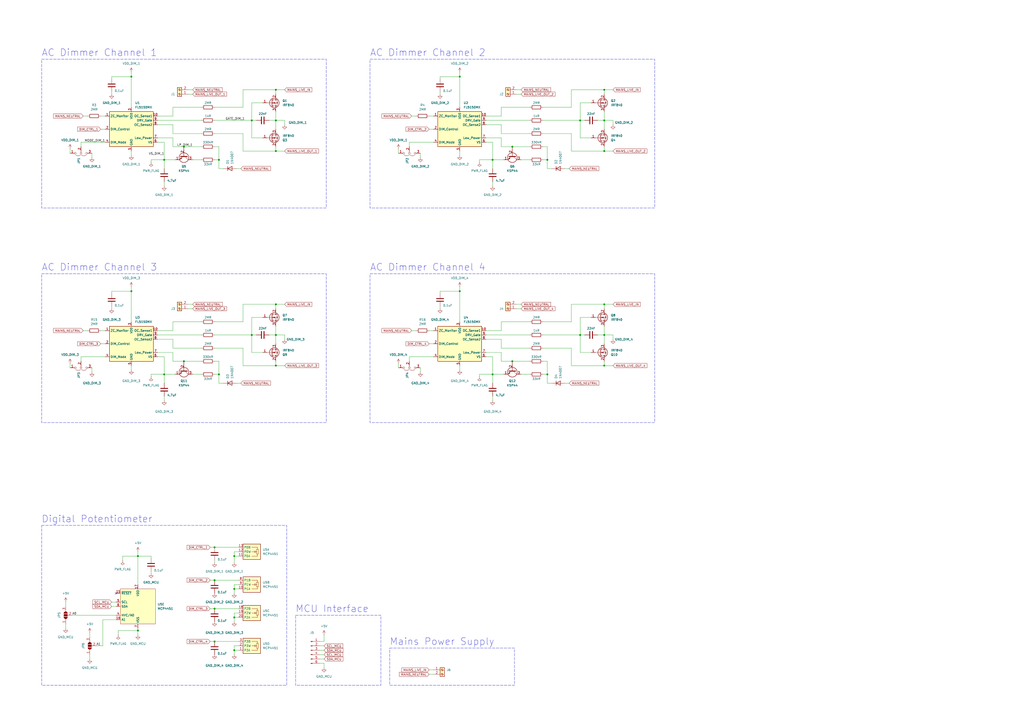
<source format=kicad_sch>
(kicad_sch (version 20230121) (generator eeschema)
  (paper "A2")
  (junction (at 266.7 168.91))
  (junction (at 127 217.17))
  (junction (at 317.5 92.71))
  (junction (at 336.55 194.31))
  (junction (at 160.02 176.53))
  (junction (at 285.75 217.17))
  (junction (at 336.55 69.85))
  (junction (at 135.89 341.63))
  (junction (at 146.05 69.85))
  (junction (at 297.18 85.09))
  (junction (at 317.5 217.17))
  (junction (at 106.68 85.09))
  (junction (at 124.46 372.11))
  (junction (at 135.89 358.14))
  (junction (at 160.02 194.31))
  (junction (at 297.18 209.55))
  (junction (at 350.52 69.85))
  (junction (at 160.02 52.07))
  (junction (at 160.02 212.09))
  (junction (at 285.75 92.71))
  (junction (at 135.89 377.19))
  (junction (at 160.02 69.85))
  (junction (at 160.02 87.63))
  (junction (at 350.52 87.63))
  (junction (at 266.7 44.45))
  (junction (at 350.52 212.09))
  (junction (at 95.25 92.71))
  (junction (at 350.52 176.53))
  (junction (at 127 92.71))
  (junction (at 80.01 322.58))
  (junction (at 350.52 52.07))
  (junction (at 76.2 168.91))
  (junction (at 350.52 194.31))
  (junction (at 135.89 322.58))
  (junction (at 80.01 365.76))
  (junction (at 146.05 194.31))
  (junction (at 106.68 209.55))
  (junction (at 124.46 336.55))
  (junction (at 95.25 217.17))
  (junction (at 124.46 317.5))
  (junction (at 124.46 353.06))
  (junction (at 76.2 44.45))
  (no_connect (at 67.31 344.17))
  (wire (pts (xy 255.27 53.34) (xy 255.27 54.61)))
  (wire (pts (xy 100.33 77.47) (xy 116.84 77.47)))
  (wire (pts (xy 91.44 82.55) (xy 95.25 82.55)))
  (wire (pts (xy 146.05 69.85) (xy 146.05 80.01)))
  (wire (pts (xy 317.5 97.79) (xy 320.04 97.79)))
  (wire (pts (xy 135.89 322.58) (xy 135.89 326.39)))
  (wire (pts (xy 100.33 204.47) (xy 91.44 204.47)))
  (wire (pts (xy 146.05 204.47) (xy 152.4 204.47)))
  (wire (pts (xy 302.26 52.07) (xy 299.72 52.07)))
  (wire (pts (xy 165.1 69.85) (xy 165.1 72.39)))
  (wire (pts (xy 266.7 166.37) (xy 266.7 168.91)))
  (wire (pts (xy 290.83 209.55) (xy 290.83 204.47)))
  (wire (pts (xy 121.92 372.11) (xy 124.46 372.11)))
  (wire (pts (xy 64.77 53.34) (xy 64.77 54.61)))
  (wire (pts (xy 290.83 201.93) (xy 307.34 201.93)))
  (wire (pts (xy 160.02 212.09) (xy 165.1 212.09)))
  (wire (pts (xy 100.33 80.01) (xy 91.44 80.01)))
  (wire (pts (xy 237.49 82.55) (xy 237.49 85.09)))
  (wire (pts (xy 127 209.55) (xy 124.46 209.55)))
  (wire (pts (xy 266.7 212.09) (xy 266.7 214.63)))
  (wire (pts (xy 135.89 358.14) (xy 138.43 358.14)))
  (wire (pts (xy 255.27 44.45) (xy 266.7 44.45)))
  (wire (pts (xy 350.52 209.55) (xy 350.52 212.09)))
  (wire (pts (xy 124.46 69.85) (xy 146.05 69.85)))
  (wire (pts (xy 285.75 82.55) (xy 285.75 92.71)))
  (wire (pts (xy 350.52 194.31) (xy 350.52 199.39)))
  (wire (pts (xy 80.01 320.04) (xy 80.01 322.58)))
  (wire (pts (xy 281.94 69.85) (xy 307.34 69.85)))
  (wire (pts (xy 350.52 54.61) (xy 350.52 52.07)))
  (wire (pts (xy 307.34 62.23) (xy 290.83 62.23)))
  (wire (pts (xy 278.13 217.17) (xy 278.13 218.44)))
  (wire (pts (xy 53.34 88.9) (xy 53.34 91.44)))
  (wire (pts (xy 95.25 105.41) (xy 95.25 107.95)))
  (wire (pts (xy 135.89 358.14) (xy 135.89 360.68)))
  (wire (pts (xy 124.46 92.71) (xy 127 92.71)))
  (wire (pts (xy 38.1 349.25) (xy 38.1 351.79)))
  (wire (pts (xy 111.76 92.71) (xy 116.84 92.71)))
  (wire (pts (xy 68.58 368.3) (xy 68.58 365.76)))
  (wire (pts (xy 314.96 217.17) (xy 317.5 217.17)))
  (wire (pts (xy 350.52 64.77) (xy 350.52 69.85)))
  (wire (pts (xy 165.1 194.31) (xy 165.1 196.85)))
  (wire (pts (xy 76.2 87.63) (xy 76.2 90.17)))
  (wire (pts (xy 187.96 368.3) (xy 187.96 372.11)))
  (wire (pts (xy 285.75 229.87) (xy 285.75 232.41)))
  (wire (pts (xy 317.5 217.17) (xy 317.5 222.25)))
  (wire (pts (xy 116.84 62.23) (xy 100.33 62.23)))
  (wire (pts (xy 238.76 191.77) (xy 241.3 191.77)))
  (wire (pts (xy 48.26 191.77) (xy 50.8 191.77)))
  (wire (pts (xy 124.46 194.31) (xy 146.05 194.31)))
  (wire (pts (xy 185.42 384.81) (xy 187.96 384.81)))
  (wire (pts (xy 160.02 52.07) (xy 165.1 52.07)))
  (wire (pts (xy 100.33 62.23) (xy 100.33 67.31)))
  (wire (pts (xy 124.46 325.12) (xy 124.46 326.39)))
  (wire (pts (xy 91.44 196.85) (xy 100.33 196.85)))
  (wire (pts (xy 160.02 212.09) (xy 140.97 212.09)))
  (wire (pts (xy 146.05 80.01) (xy 152.4 80.01)))
  (wire (pts (xy 106.68 85.09) (xy 100.33 85.09)))
  (wire (pts (xy 317.5 217.17) (xy 317.5 209.55)))
  (wire (pts (xy 146.05 184.15) (xy 152.4 184.15)))
  (wire (pts (xy 76.2 41.91) (xy 76.2 44.45)))
  (wire (pts (xy 100.33 67.31) (xy 91.44 67.31)))
  (wire (pts (xy 80.01 322.58) (xy 80.01 339.09)))
  (wire (pts (xy 87.63 322.58) (xy 87.63 323.85)))
  (wire (pts (xy 138.43 374.65) (xy 135.89 374.65)))
  (wire (pts (xy 135.89 377.19) (xy 135.89 379.73)))
  (wire (pts (xy 297.18 209.55) (xy 307.34 209.55)))
  (wire (pts (xy 317.5 92.71) (xy 317.5 97.79)))
  (wire (pts (xy 124.46 186.69) (xy 140.97 186.69)))
  (wire (pts (xy 127 222.25) (xy 129.54 222.25)))
  (wire (pts (xy 314.96 194.31) (xy 336.55 194.31)))
  (wire (pts (xy 64.77 168.91) (xy 76.2 168.91)))
  (wire (pts (xy 135.89 355.6) (xy 135.89 358.14)))
  (wire (pts (xy 243.84 213.36) (xy 243.84 215.9)))
  (wire (pts (xy 248.92 388.62) (xy 251.46 388.62)))
  (wire (pts (xy 185.42 382.27) (xy 187.96 382.27)))
  (wire (pts (xy 350.52 87.63) (xy 355.6 87.63)))
  (wire (pts (xy 266.7 168.91) (xy 266.7 186.69)))
  (wire (pts (xy 140.97 87.63) (xy 140.97 77.47)))
  (wire (pts (xy 91.44 69.85) (xy 116.84 69.85)))
  (wire (pts (xy 127 92.71) (xy 127 97.79)))
  (wire (pts (xy 91.44 72.39) (xy 100.33 72.39)))
  (wire (pts (xy 339.09 194.31) (xy 336.55 194.31)))
  (wire (pts (xy 95.25 217.17) (xy 101.6 217.17)))
  (wire (pts (xy 331.47 176.53) (xy 331.47 186.69)))
  (wire (pts (xy 80.01 365.76) (xy 80.01 368.3)))
  (wire (pts (xy 160.02 52.07) (xy 140.97 52.07)))
  (wire (pts (xy 106.68 85.09) (xy 116.84 85.09)))
  (wire (pts (xy 48.26 67.31) (xy 50.8 67.31)))
  (wire (pts (xy 140.97 176.53) (xy 140.97 186.69)))
  (wire (pts (xy 290.83 191.77) (xy 281.94 191.77)))
  (wire (pts (xy 137.16 222.25) (xy 139.7 222.25)))
  (wire (pts (xy 248.92 199.39) (xy 251.46 199.39)))
  (wire (pts (xy 100.33 72.39) (xy 100.33 77.47)))
  (wire (pts (xy 87.63 331.47) (xy 87.63 332.74)))
  (wire (pts (xy 80.01 364.49) (xy 80.01 365.76)))
  (wire (pts (xy 314.96 69.85) (xy 336.55 69.85)))
  (wire (pts (xy 91.44 207.01) (xy 95.25 207.01)))
  (wire (pts (xy 64.77 349.25) (xy 67.31 349.25)))
  (wire (pts (xy 355.6 69.85) (xy 355.6 72.39)))
  (wire (pts (xy 231.14 86.36) (xy 231.14 88.9)))
  (wire (pts (xy 160.02 209.55) (xy 160.02 212.09)))
  (wire (pts (xy 135.89 339.09) (xy 135.89 341.63)))
  (wire (pts (xy 52.07 367.03) (xy 52.07 369.57)))
  (wire (pts (xy 281.94 194.31) (xy 307.34 194.31)))
  (wire (pts (xy 100.33 186.69) (xy 100.33 191.77)))
  (wire (pts (xy 138.43 355.6) (xy 135.89 355.6)))
  (wire (pts (xy 58.42 67.31) (xy 60.96 67.31)))
  (wire (pts (xy 297.18 85.09) (xy 307.34 85.09)))
  (wire (pts (xy 160.02 194.31) (xy 160.02 199.39)))
  (wire (pts (xy 95.25 92.71) (xy 101.6 92.71)))
  (wire (pts (xy 146.05 59.69) (xy 152.4 59.69)))
  (wire (pts (xy 135.89 322.58) (xy 138.43 322.58)))
  (wire (pts (xy 116.84 186.69) (xy 100.33 186.69)))
  (wire (pts (xy 46.99 82.55) (xy 46.99 85.09)))
  (wire (pts (xy 290.83 85.09) (xy 290.83 80.01)))
  (wire (pts (xy 124.46 372.11) (xy 138.43 372.11)))
  (wire (pts (xy 140.97 212.09) (xy 140.97 201.93)))
  (wire (pts (xy 314.96 92.71) (xy 317.5 92.71)))
  (wire (pts (xy 127 217.17) (xy 127 209.55)))
  (wire (pts (xy 124.46 353.06) (xy 138.43 353.06)))
  (wire (pts (xy 71.12 325.12) (xy 71.12 322.58)))
  (wire (pts (xy 76.2 168.91) (xy 76.2 186.69)))
  (wire (pts (xy 160.02 176.53) (xy 165.1 176.53)))
  (wire (pts (xy 285.75 217.17) (xy 285.75 222.25)))
  (wire (pts (xy 336.55 80.01) (xy 342.9 80.01)))
  (wire (pts (xy 317.5 222.25) (xy 320.04 222.25)))
  (wire (pts (xy 100.33 201.93) (xy 116.84 201.93)))
  (wire (pts (xy 160.02 194.31) (xy 165.1 194.31)))
  (wire (pts (xy 87.63 217.17) (xy 87.63 218.44)))
  (wire (pts (xy 135.89 320.04) (xy 135.89 322.58)))
  (wire (pts (xy 127 92.71) (xy 127 85.09)))
  (wire (pts (xy 314.96 201.93) (xy 331.47 201.93)))
  (wire (pts (xy 346.71 69.85) (xy 350.52 69.85)))
  (wire (pts (xy 146.05 194.31) (xy 146.05 204.47)))
  (wire (pts (xy 124.46 317.5) (xy 138.43 317.5)))
  (wire (pts (xy 266.7 44.45) (xy 266.7 62.23)))
  (wire (pts (xy 285.75 92.71) (xy 278.13 92.71)))
  (wire (pts (xy 95.25 82.55) (xy 95.25 92.71)))
  (wire (pts (xy 255.27 170.18) (xy 255.27 168.91)))
  (wire (pts (xy 160.02 69.85) (xy 165.1 69.85)))
  (wire (pts (xy 146.05 69.85) (xy 146.05 59.69)))
  (wire (pts (xy 317.5 209.55) (xy 314.96 209.55)))
  (wire (pts (xy 138.43 320.04) (xy 135.89 320.04)))
  (wire (pts (xy 58.42 191.77) (xy 60.96 191.77)))
  (wire (pts (xy 64.77 45.72) (xy 64.77 44.45)))
  (wire (pts (xy 53.34 213.36) (xy 53.34 215.9)))
  (wire (pts (xy 331.47 212.09) (xy 331.47 201.93)))
  (wire (pts (xy 111.76 54.61) (xy 109.22 54.61)))
  (wire (pts (xy 255.27 168.91) (xy 266.7 168.91)))
  (wire (pts (xy 41.91 356.87) (xy 67.31 356.87)))
  (wire (pts (xy 317.5 92.71) (xy 317.5 85.09)))
  (wire (pts (xy 331.47 87.63) (xy 331.47 77.47)))
  (wire (pts (xy 156.21 69.85) (xy 160.02 69.85)))
  (wire (pts (xy 40.64 210.82) (xy 40.64 213.36)))
  (wire (pts (xy 248.92 391.16) (xy 251.46 391.16)))
  (wire (pts (xy 95.25 217.17) (xy 95.25 222.25)))
  (wire (pts (xy 46.99 82.55) (xy 60.96 82.55)))
  (wire (pts (xy 46.99 207.01) (xy 60.96 207.01)))
  (wire (pts (xy 58.42 74.93) (xy 60.96 74.93)))
  (wire (pts (xy 281.94 82.55) (xy 285.75 82.55)))
  (wire (pts (xy 95.25 92.71) (xy 95.25 97.79)))
  (wire (pts (xy 355.6 194.31) (xy 355.6 196.85)))
  (wire (pts (xy 100.33 196.85) (xy 100.33 201.93)))
  (wire (pts (xy 111.76 217.17) (xy 116.84 217.17)))
  (wire (pts (xy 285.75 217.17) (xy 292.1 217.17)))
  (wire (pts (xy 302.26 54.61) (xy 299.72 54.61)))
  (wire (pts (xy 350.52 176.53) (xy 331.47 176.53)))
  (wire (pts (xy 127 217.17) (xy 127 222.25)))
  (wire (pts (xy 38.1 361.95) (xy 38.1 364.49)))
  (wire (pts (xy 100.33 85.09) (xy 100.33 80.01)))
  (wire (pts (xy 336.55 59.69) (xy 342.9 59.69)))
  (wire (pts (xy 64.77 177.8) (xy 64.77 179.07)))
  (wire (pts (xy 350.52 176.53) (xy 355.6 176.53)))
  (wire (pts (xy 100.33 191.77) (xy 91.44 191.77)))
  (wire (pts (xy 52.07 379.73) (xy 52.07 382.27)))
  (wire (pts (xy 314.96 186.69) (xy 331.47 186.69)))
  (wire (pts (xy 160.02 189.23) (xy 160.02 194.31)))
  (wire (pts (xy 350.52 212.09) (xy 355.6 212.09)))
  (wire (pts (xy 290.83 62.23) (xy 290.83 67.31)))
  (wire (pts (xy 160.02 69.85) (xy 160.02 74.93)))
  (wire (pts (xy 350.52 87.63) (xy 331.47 87.63)))
  (wire (pts (xy 302.26 179.07) (xy 299.72 179.07)))
  (wire (pts (xy 95.25 229.87) (xy 95.25 232.41)))
  (wire (pts (xy 281.94 207.01) (xy 285.75 207.01)))
  (wire (pts (xy 111.76 52.07) (xy 109.22 52.07)))
  (wire (pts (xy 278.13 92.71) (xy 278.13 93.98)))
  (wire (pts (xy 237.49 82.55) (xy 251.46 82.55)))
  (wire (pts (xy 255.27 45.72) (xy 255.27 44.45)))
  (wire (pts (xy 285.75 92.71) (xy 285.75 97.79)))
  (wire (pts (xy 135.89 341.63) (xy 135.89 344.17)))
  (wire (pts (xy 185.42 374.65) (xy 187.96 374.65)))
  (wire (pts (xy 185.42 379.73) (xy 187.96 379.73)))
  (wire (pts (xy 314.96 77.47) (xy 331.47 77.47)))
  (wire (pts (xy 339.09 69.85) (xy 336.55 69.85)))
  (wire (pts (xy 290.83 186.69) (xy 290.83 191.77)))
  (wire (pts (xy 350.52 85.09) (xy 350.52 87.63)))
  (wire (pts (xy 55.88 374.65) (xy 59.69 374.65)))
  (wire (pts (xy 124.46 201.93) (xy 140.97 201.93)))
  (wire (pts (xy 350.52 69.85) (xy 350.52 74.93)))
  (wire (pts (xy 302.26 217.17) (xy 307.34 217.17)))
  (wire (pts (xy 336.55 184.15) (xy 342.9 184.15)))
  (wire (pts (xy 71.12 322.58) (xy 80.01 322.58)))
  (wire (pts (xy 121.92 317.5) (xy 124.46 317.5)))
  (wire (pts (xy 336.55 204.47) (xy 342.9 204.47)))
  (wire (pts (xy 350.52 189.23) (xy 350.52 194.31)))
  (wire (pts (xy 137.16 97.79) (xy 139.7 97.79)))
  (wire (pts (xy 135.89 374.65) (xy 135.89 377.19)))
  (wire (pts (xy 248.92 67.31) (xy 251.46 67.31)))
  (wire (pts (xy 64.77 44.45) (xy 76.2 44.45)))
  (wire (pts (xy 290.83 67.31) (xy 281.94 67.31)))
  (wire (pts (xy 187.96 372.11) (xy 185.42 372.11)))
  (wire (pts (xy 58.42 199.39) (xy 60.96 199.39)))
  (wire (pts (xy 59.69 359.41) (xy 59.69 374.65)))
  (wire (pts (xy 106.68 209.55) (xy 116.84 209.55)))
  (wire (pts (xy 127 97.79) (xy 129.54 97.79)))
  (wire (pts (xy 95.25 207.01) (xy 95.25 217.17)))
  (wire (pts (xy 331.47 52.07) (xy 331.47 62.23)))
  (wire (pts (xy 285.75 105.41) (xy 285.75 107.95)))
  (wire (pts (xy 160.02 54.61) (xy 160.02 52.07)))
  (wire (pts (xy 350.52 52.07) (xy 355.6 52.07)))
  (wire (pts (xy 148.59 194.31) (xy 146.05 194.31)))
  (wire (pts (xy 281.94 72.39) (xy 290.83 72.39)))
  (wire (pts (xy 160.02 85.09) (xy 160.02 87.63)))
  (wire (pts (xy 285.75 217.17) (xy 278.13 217.17)))
  (wire (pts (xy 243.84 88.9) (xy 243.84 91.44)))
  (wire (pts (xy 238.76 67.31) (xy 241.3 67.31)))
  (wire (pts (xy 124.46 62.23) (xy 140.97 62.23)))
  (wire (pts (xy 336.55 69.85) (xy 336.55 59.69)))
  (wire (pts (xy 290.83 77.47) (xy 307.34 77.47)))
  (wire (pts (xy 146.05 194.31) (xy 146.05 184.15)))
  (wire (pts (xy 297.18 209.55) (xy 290.83 209.55)))
  (wire (pts (xy 160.02 176.53) (xy 140.97 176.53)))
  (wire (pts (xy 160.02 87.63) (xy 140.97 87.63)))
  (wire (pts (xy 59.69 359.41) (xy 67.31 359.41)))
  (wire (pts (xy 76.2 166.37) (xy 76.2 168.91)))
  (wire (pts (xy 297.18 85.09) (xy 290.83 85.09)))
  (wire (pts (xy 307.34 186.69) (xy 290.83 186.69)))
  (wire (pts (xy 327.66 222.25) (xy 330.2 222.25)))
  (wire (pts (xy 248.92 191.77) (xy 251.46 191.77)))
  (wire (pts (xy 350.52 179.07) (xy 350.52 176.53)))
  (wire (pts (xy 87.63 92.71) (xy 87.63 93.98)))
  (wire (pts (xy 290.83 80.01) (xy 281.94 80.01)))
  (wire (pts (xy 160.02 179.07) (xy 160.02 176.53)))
  (wire (pts (xy 248.92 74.93) (xy 251.46 74.93)))
  (wire (pts (xy 127 85.09) (xy 124.46 85.09)))
  (wire (pts (xy 140.97 52.07) (xy 140.97 62.23)))
  (wire (pts (xy 237.49 207.01) (xy 251.46 207.01)))
  (wire (pts (xy 290.83 72.39) (xy 290.83 77.47)))
  (wire (pts (xy 302.26 92.71) (xy 307.34 92.71)))
  (wire (pts (xy 336.55 194.31) (xy 336.55 204.47)))
  (wire (pts (xy 124.46 77.47) (xy 140.97 77.47)))
  (wire (pts (xy 46.99 207.01) (xy 46.99 209.55)))
  (wire (pts (xy 185.42 377.19) (xy 187.96 377.19)))
  (wire (pts (xy 138.43 339.09) (xy 135.89 339.09)))
  (wire (pts (xy 231.14 210.82) (xy 231.14 213.36)))
  (wire (pts (xy 314.96 62.23) (xy 331.47 62.23)))
  (wire (pts (xy 64.77 351.79) (xy 67.31 351.79)))
  (wire (pts (xy 68.58 365.76) (xy 80.01 365.76)))
  (wire (pts (xy 350.52 194.31) (xy 355.6 194.31)))
  (wire (pts (xy 290.83 196.85) (xy 290.83 201.93)))
  (wire (pts (xy 106.68 209.55) (xy 100.33 209.55)))
  (wire (pts (xy 317.5 85.09) (xy 314.96 85.09)))
  (wire (pts (xy 187.96 387.35) (xy 187.96 384.81)))
  (wire (pts (xy 266.7 41.91) (xy 266.7 44.45)))
  (wire (pts (xy 40.64 86.36) (xy 40.64 88.9)))
  (wire (pts (xy 100.33 209.55) (xy 100.33 204.47)))
  (wire (pts (xy 255.27 177.8) (xy 255.27 179.07)))
  (wire (pts (xy 76.2 44.45) (xy 76.2 62.23)))
  (wire (pts (xy 302.26 176.53) (xy 299.72 176.53)))
  (wire (pts (xy 285.75 92.71) (xy 292.1 92.71)))
  (wire (pts (xy 350.52 69.85) (xy 355.6 69.85)))
  (wire (pts (xy 336.55 194.31) (xy 336.55 184.15)))
  (wire (pts (xy 121.92 353.06) (xy 124.46 353.06)))
  (wire (pts (xy 281.94 196.85) (xy 290.83 196.85)))
  (wire (pts (xy 80.01 322.58) (xy 87.63 322.58)))
  (wire (pts (xy 121.92 336.55) (xy 124.46 336.55)))
  (wire (pts (xy 156.21 194.31) (xy 160.02 194.31)))
  (wire (pts (xy 135.89 341.63) (xy 138.43 341.63)))
  (wire (pts (xy 350.52 52.07) (xy 331.47 52.07)))
  (wire (pts (xy 160.02 64.77) (xy 160.02 69.85)))
  (wire (pts (xy 64.77 170.18) (xy 64.77 168.91)))
  (wire (pts (xy 135.89 377.19) (xy 138.43 377.19)))
  (wire (pts (xy 91.44 194.31) (xy 116.84 194.31)))
  (wire (pts (xy 327.66 97.79) (xy 330.2 97.79)))
  (wire (pts (xy 285.75 207.01) (xy 285.75 217.17)))
  (wire (pts (xy 336.55 69.85) (xy 336.55 80.01)))
  (wire (pts (xy 266.7 87.63) (xy 266.7 90.17)))
  (wire (pts (xy 350.52 212.09) (xy 331.47 212.09)))
  (wire (pts (xy 148.59 69.85) (xy 146.05 69.85)))
  (wire (pts (xy 111.76 176.53) (xy 109.22 176.53)))
  (wire (pts (xy 111.76 179.07) (xy 109.22 179.07)))
  (wire (pts (xy 290.83 204.47) (xy 281.94 204.47)))
  (wire (pts (xy 76.2 212.09) (xy 76.2 214.63)))
  (wire (pts (xy 160.02 87.63) (xy 165.1 87.63)))
  (wire (pts (xy 95.25 92.71) (xy 87.63 92.71)))
  (wire (pts (xy 346.71 194.31) (xy 350.52 194.31)))
  (wire (pts (xy 237.49 207.01) (xy 237.49 209.55)))
  (wire (pts (xy 124.46 217.17) (xy 127 217.17)))
  (wire (pts (xy 124.46 336.55) (xy 138.43 336.55)))
  (wire (pts (xy 95.25 217.17) (xy 87.63 217.17)))
  (rectangle (start 214.63 34.29) (end 379.73 120.65) (stroke (width 0) (type dash)))
  (rectangle (start 226.06 375.92) (end 298.45 397.51) (stroke (width 0) (type dash)))
  (rectangle (start 24.13 158.75) (end 189.23 245.11) (stroke (width 0) (type dash)))
  (rectangle (start 24.13 304.8) (end 166.37 397.51) (stroke (width 0) (type dash)))
  (rectangle (start 24.13 34.29) (end 189.23 120.65) (stroke (width 0) (type dash)))
  (rectangle (start 214.63 158.75) (end 379.73 245.11) (stroke (width 0) (type dash)))
  (rectangle (start 171.45 356.87) (end 220.98 397.51) (stroke (width 0) (type dash)))
  (text "Mains Power Supply" (at 226.06 374.65 0) (effects (font (size 4 4)) (justify left bottom)))
  (text "MCU Interface" (at 171.45 355.6 0) (effects (font (size 4 4)) (justify left bottom)))
  (text "AC Dimmer Channel 2" (at 214.63 33.02 0) (effects (font (size 4 4)) (justify left bottom)))
  (text "AC Dimmer Channel 1" (at 24.13 33.02 0) (effects (font (size 4 4)) (justify left bottom)))
  (text "AC Dimmer Channel 4" (at 214.63 157.48 0) (effects (font (size 4 4)) (justify left bottom)))
  (text "Digital Potentiometer" (at 24.13 303.53 0) (effects (font (size 4 4)) (justify left bottom)))
  (text "AC Dimmer Channel 3" (at 24.13 157.48 0) (effects (font (size 4 4)) (justify left bottom)))
  (label "A0" (at 41.91 356.87 0))
  (label "MODE_DIM_1" (at 60.96 82.55 180))
  (label "LP_DIM_1" (at 111.76 85.09 180))
  (label "A1" (at 55.88 374.65 0))
  (label "GATE_DIM_1" (at 130.81 69.85 0))
  (label "VS_DIM_1" (at 95.25 90.17 180))
  (global_label "MAINS_LIVE_OUT_4" (shape input) (at 355.6 212.09 0) (property "Intersheetrefs" "${INTERSHEET_REFS}" (effects hide)))
  (global_label "SDA_MCU" (shape input) (at 187.96 382.27 0) (property "Intersheetrefs" "${INTERSHEET_REFS}" (effects hide)))
  (global_label "MAINS_NEUTRAL" (shape input) (at 111.76 52.07 0) (property "Intersheetrefs" "${INTERSHEET_REFS}" (effects hide)))
  (global_label "MAINS_NEUTRAL" (shape input) (at 139.7 222.25 0) (property "Intersheetrefs" "${INTERSHEET_REFS}" (effects hide)))
  (global_label "MAINS_NEUTRAL" (shape input) (at 139.7 97.79 0) (property "Intersheetrefs" "${INTERSHEET_REFS}" (effects hide)))
  (global_label "MAINS_NEUTRAL" (shape input) (at 48.26 191.77 180) (property "Intersheetrefs" "${INTERSHEET_REFS}" (effects hide)))
  (global_label "SDA_MCU" (shape input) (at 187.96 377.19 0) (property "Intersheetrefs" "${INTERSHEET_REFS}" (effects hide)))
  (global_label "MAINS_LIVE_IN" (shape input) (at 355.6 52.07 0) (property "Intersheetrefs" "${INTERSHEET_REFS}" (effects hide)))
  (global_label "MAINS_NEUTRAL" (shape input) (at 302.26 52.07 0) (property "Intersheetrefs" "${INTERSHEET_REFS}" (effects hide)))
  (global_label "DIM_CTRL_2" (shape input) (at 121.92 336.55 180) (property "Intersheetrefs" "${INTERSHEET_REFS}" (effects hide)))
  (global_label "MAINS_LIVE_OUT_4" (shape input) (at 302.26 179.07 0) (property "Intersheetrefs" "${INTERSHEET_REFS}" (effects hide)))
  (global_label "DIM_CTRL_4" (shape input) (at 248.92 199.39 180) (property "Intersheetrefs" "${INTERSHEET_REFS}" (effects hide)))
  (global_label "SCL_MCU" (shape input) (at 64.77 349.25 180) (property "Intersheetrefs" "${INTERSHEET_REFS}" (effects hide)))
  (global_label "MAINS_NEUTRAL" (shape input) (at 248.92 391.16 180) (property "Intersheetrefs" "${INTERSHEET_REFS}" (effects hide)))
  (global_label "DIM_CTRL_4" (shape input) (at 121.92 372.11 180) (property "Intersheetrefs" "${INTERSHEET_REFS}" (effects hide)))
  (global_label "MAINS_NEUTRAL" (shape input) (at 330.2 222.25 0) (property "Intersheetrefs" "${INTERSHEET_REFS}" (effects hide)))
  (global_label "MAINS_LIVE_OUT_3" (shape input) (at 165.1 212.09 0) (property "Intersheetrefs" "${INTERSHEET_REFS}" (effects hide)))
  (global_label "SCL_MCU" (shape input) (at 187.96 379.73 0) (property "Intersheetrefs" "${INTERSHEET_REFS}" (effects hide)))
  (global_label "MAINS_NEUTRAL" (shape input) (at 330.2 97.79 0) (property "Intersheetrefs" "${INTERSHEET_REFS}" (effects hide)))
  (global_label "MAINS_LIVE_OUT_2" (shape input) (at 355.6 87.63 0) (property "Intersheetrefs" "${INTERSHEET_REFS}" (effects hide)))
  (global_label "DIM_CTRL_3" (shape input) (at 121.92 353.06 180) (property "Intersheetrefs" "${INTERSHEET_REFS}" (effects hide)))
  (global_label "MAINS_LIVE_IN" (shape input) (at 165.1 176.53 0) (property "Intersheetrefs" "${INTERSHEET_REFS}" (effects hide)))
  (global_label "MAINS_NEUTRAL" (shape input) (at 111.76 176.53 0) (property "Intersheetrefs" "${INTERSHEET_REFS}" (effects hide)))
  (global_label "SCL_MCU" (shape input) (at 187.96 374.65 0) (property "Intersheetrefs" "${INTERSHEET_REFS}" (effects hide)))
  (global_label "MAINS_NEUTRAL" (shape input) (at 238.76 191.77 180) (property "Intersheetrefs" "${INTERSHEET_REFS}" (effects hide)))
  (global_label "MAINS_LIVE_IN" (shape input) (at 248.92 388.62 180) (property "Intersheetrefs" "${INTERSHEET_REFS}" (effects hide)))
  (global_label "DIM_CTRL_1" (shape input) (at 121.92 317.5 180) (property "Intersheetrefs" "${INTERSHEET_REFS}" (effects hide)))
  (global_label "MAINS_LIVE_IN" (shape input) (at 355.6 176.53 0) (property "Intersheetrefs" "${INTERSHEET_REFS}" (effects hide)))
  (global_label "MAINS_LIVE_OUT_1" (shape input) (at 165.1 87.63 0) (property "Intersheetrefs" "${INTERSHEET_REFS}" (effects hide)))
  (global_label "MAINS_LIVE_OUT_1" (shape input) (at 111.76 54.61 0) (property "Intersheetrefs" "${INTERSHEET_REFS}" (effects hide)))
  (global_label "MAINS_LIVE_OUT_3" (shape input) (at 111.76 179.07 0) (property "Intersheetrefs" "${INTERSHEET_REFS}" (effects hide)))
  (global_label "DIM_CTRL_3" (shape input) (at 58.42 199.39 180) (property "Intersheetrefs" "${INTERSHEET_REFS}" (effects hide)))
  (global_label "MAINS_LIVE_IN" (shape input) (at 165.1 52.07 0) (property "Intersheetrefs" "${INTERSHEET_REFS}" (effects hide)))
  (global_label "MAINS_LIVE_OUT_2" (shape input) (at 302.26 54.61 0) (property "Intersheetrefs" "${INTERSHEET_REFS}" (effects hide)))
  (global_label "MAINS_NEUTRAL" (shape input) (at 302.26 176.53 0) (property "Intersheetrefs" "${INTERSHEET_REFS}" (effects hide)))
  (global_label "DIM_CTRL_1" (shape input) (at 58.42 74.93 180) (property "Intersheetrefs" "${INTERSHEET_REFS}" (effects hide)))
  (global_label "MAINS_NEUTRAL" (shape input) (at 48.26 67.31 180) (property "Intersheetrefs" "${INTERSHEET_REFS}" (effects hide)))
  (global_label "SDA_MCU" (shape input) (at 64.77 351.79 180) (property "Intersheetrefs" "${INTERSHEET_REFS}" (effects hide)))
  (global_label "MAINS_NEUTRAL" (shape input) (at 238.76 67.31 180) (property "Intersheetrefs" "${INTERSHEET_REFS}" (effects hide)))
  (global_label "DIM_CTRL_2" (shape input) (at 248.92 74.93 180) (property "Intersheetrefs" "${INTERSHEET_REFS}" (effects hide)))
  (symbol (lib_id "ac-dimmer:GND_DIM_2") (at 243.84 91.44 0) (unit 1)
    (property "Reference" "#PWR012" (effects hide))
    (property "Value" "GND_DIM_2" (at 243.84 96.52 0))
  )
  (symbol (lib_id "ac-dimmer:VDD_DIM_1") (at 231.14 86.36 0) (unit 1)
    (property "Reference" "#PWR08" (effects hide))
    (property "Value" "VDD_DIM_1" (at 231.14 81.28 0))
  )
  (symbol (lib_id "power:PWR_FLAG") (at 71.12 325.12 180) (unit 1)
    (property "Reference" "#FLG05" (effects hide))
    (property "Value" "PWR_FLAG" (at 71.12 330.2 0))
  )
  (symbol (lib_id "Device:C") (at 124.46 340.36 0) (unit 1)
    (property "Reference" "C15" (effects hide))
    (property "Value" "0.1uF" (at 128.905 343.535 0))
    (property "Footprint" "Capacitor_SMD:C_1206_3216Metric" (effects hide))
  )
  (symbol (lib_id "Driver_FET:FL5150MX") (at 266.7 199.39 0) (unit 1)
    (property "Reference" "U4" (at 268.8941 184.15 0) (effects (justify left)))
    (property "Value" "FL5150MX" (at 268.8941 186.69 0) (effects (justify left)))
    (property "Footprint" "Package_SO:SSOP-10_3.9x4.9mm_P1.00mm" (effects hide))
    (property "Datasheet" "https://www.onsemi.com/pub/Collateral/FL5150-D.pdf" (effects hide))
  )
  (symbol (lib_id "ac-dimmer:GND_DIM_2") (at 255.27 54.61 0) (unit 1)
    (property "Reference" "#PWR04" (effects hide))
    (property "Value" "GND_DIM_2" (at 255.27 59.69 0))
  )
  (symbol (lib_id "Device:C") (at 342.9 194.31 90) (unit 1)
    (property "Reference" "C10" (effects hide))
    (property "Value" "22nF" (at 342.9 190.5 90))
    (property "Footprint" "Capacitor_SMD:C_1206_3216Metric" (effects hide))
  )
  (symbol (lib_id "Connector:Screw_Terminal_01x02") (at 104.14 179.07 180) (unit 1)
    (property "Reference" "J3" (at 101.6 179.07 0) (effects (justify left)))
    (property "Value" "Screw_Terminal_01x02" (effects hide))
    (property "Footprint" "TerminalBlock_Phoenix:TerminalBlock_Phoenix_MKDS-1,5-2-5.08_1x02_P5.08mm_Horizontal" (effects hide))
  )
  (symbol (lib_id "Device:R") (at 120.65 85.09 90) (unit 1)
    (property "Reference" "R9" (effects hide))
    (property "Value" "330kR" (at 120.65 82.55 90))
    (property "Footprint" "Resistor_SMD:R_1206_3216Metric" (effects hide))
  )
  (symbol (lib_id "Device:C") (at 285.75 101.6 0) (unit 1)
    (property "Reference" "C6" (effects hide))
    (property "Value" "4.7uF" (at 290.195 104.775 0))
    (property "Footprint" "Capacitor_SMD:C_1206_3216Metric" (effects hide))
  )
  (symbol (lib_id "Device:R") (at 311.15 186.69 90) (unit 1)
    (property "Reference" "R14" (effects hide))
    (property "Value" "2MR" (at 311.15 184.15 90))
    (property "Footprint" "Resistor_SMD:R_1206_3216Metric" (effects hide))
  )
  (symbol (lib_id "Jumper:SolderJumper_3_Open") (at 52.07 374.65 90) (unit 1)
    (property "Reference" "JP6" (at 48.26 374.65 0))
    (property "Value" "SolderJumper_3_Open" (effects hide))
    (property "Footprint" "Jumper:SolderJumper-3_P1.3mm_Open_Pad1.0x1.5mm" (effects hide))
  )
  (symbol (lib_id "Device:R") (at 311.15 77.47 90) (unit 1)
    (property "Reference" "R8" (effects hide))
    (property "Value" "2MR" (at 311.15 74.93 90))
    (property "Footprint" "Resistor_SMD:R_1206_3216Metric" (effects hide))
  )
  (symbol (lib_id "Device:R") (at 245.11 191.77 90) (unit 1)
    (property "Reference" "R16" (at 245.11 185.42 90))
    (property "Value" "2MR" (at 245.11 187.96 90))
    (property "Footprint" "Resistor_SMD:R_1206_3216Metric" (effects hide))
  )
  (symbol (lib_id "Device:Q_NMOS_GDS") (at 157.48 59.69 0) (unit 1)
    (property "Reference" "Q1" (at 163.83 58.42 0) (effects (justify left)))
    (property "Value" "IRF840" (at 163.83 60.96 0) (effects (justify left)))
    (property "Footprint" "Package_TO_SOT_THT:TO-220-3_Vertical" (effects hide))
  )
  (symbol (lib_id "ac-dimmer:GND_DIM_4") (at 243.84 215.9 0) (unit 1)
    (property "Reference" "#PWR026" (effects hide))
    (property "Value" "GND_DIM_4" (at 243.84 222.25 0))
  )
  (symbol (lib_id "Device:C") (at 95.25 101.6 0) (unit 1)
    (property "Reference" "C5" (effects hide))
    (property "Value" "4.7uF" (at 99.695 104.775 0))
    (property "Footprint" "Capacitor_SMD:C_1206_3216Metric" (effects hide))
  )
  (symbol (lib_id "Device:R") (at 120.65 209.55 90) (unit 1)
    (property "Reference" "R21" (effects hide))
    (property "Value" "330kR" (at 120.65 207.01 90))
    (property "Footprint" "Resistor_SMD:R_1206_3216Metric" (effects hide))
  )
  (symbol (lib_id "Connector:Screw_Terminal_01x02") (at 294.64 179.07 180) (unit 1)
    (property "Reference" "J4" (at 292.1 179.07 0) (effects (justify left)))
    (property "Value" "Screw_Terminal_01x02" (effects hide))
    (property "Footprint" "TerminalBlock_Phoenix:TerminalBlock_Phoenix_MKDS-1,5-2-5.08_1x02_P5.08mm_Horizontal" (effects hide))
  )
  (symbol (lib_id "Driver_FET:FL5150MX") (at 76.2 199.39 0) (unit 1)
    (property "Reference" "U3" (at 78.3941 184.15 0) (effects (justify left)))
    (property "Value" "FL5150MX" (at 78.3941 186.69 0) (effects (justify left)))
    (property "Footprint" "Package_SO:SSOP-10_3.9x4.9mm_P1.00mm" (effects hide))
    (property "Datasheet" "https://www.onsemi.com/pub/Collateral/FL5150-D.pdf" (effects hide))
  )
  (symbol (lib_id "ac-dimmer:GND_DIM_1") (at 165.1 72.39 0) (unit 1)
    (property "Reference" "#PWR05" (effects hide))
    (property "Value" "GND_DIM_1" (at 172.72 71.12 0))
  )
  (symbol (lib_id "ac-dimmer:VDD_DIM_1") (at 76.2 41.91 0) (unit 1)
    (property "Reference" "#PWR01" (effects hide))
    (property "Value" "VDD_DIM_1" (at 76.2 36.83 0))
  )
  (symbol (lib_id "ac-dimmer:VDD_DIM_4") (at 266.7 166.37 0) (unit 1)
    (property "Reference" "#PWR016" (effects hide))
    (property "Value" "VDD_DIM_4" (at 266.7 161.29 0))
  )
  (symbol (lib_id "ac-dimmer:GND_DIM_3") (at 64.77 179.07 0) (unit 1)
    (property "Reference" "#PWR017" (effects hide))
    (property "Value" "GND_DIM_3" (at 64.77 185.42 0))
  )
  (symbol (lib_id "Device:D") (at 133.35 97.79 0) (unit 1)
    (property "Reference" "D1" (at 132.08 95.25 90) (effects (justify left)))
    (property "Value" "1N4007" (at 134.62 95.25 90) (effects (justify left)))
    (property "Footprint" "Diode_THT:D_DO-41_SOD81_P10.16mm_Horizontal" (effects hide))
    (property "Sim.Device" "D" (effects hide))
    (property "Sim.Pins" "1=K 2=A" (effects hide))
  )
  (symbol (lib_id "Device:Q_NMOS_GDS") (at 347.98 80.01 0) (mirror x) (unit 1)
    (property "Reference" "Q4" (at 354.33 81.28 0) (effects (justify left)))
    (property "Value" "IRF840" (at 354.33 78.74 0) (effects (justify left)))
    (property "Footprint" "Package_TO_SOT_THT:TO-220-3_Vertical" (effects hide))
  )
  (symbol (lib_id "Device:R") (at 120.65 69.85 90) (unit 1)
    (property "Reference" "R5" (effects hide))
    (property "Value" "1kR" (at 120.65 67.31 90))
    (property "Footprint" "Resistor_SMD:R_1206_3216Metric" (effects hide))
  )
  (symbol (lib_id "ac-dimmer:GND_DIM_3") (at 76.2 214.63 0) (unit 1)
    (property "Reference" "#PWR023" (effects hide))
    (property "Value" "GND_DIM_3" (at 76.2 220.98 0))
  )
  (symbol (lib_id "Device:R") (at 311.15 201.93 90) (unit 1)
    (property "Reference" "R20" (effects hide))
    (property "Value" "2MR" (at 311.15 199.39 90))
    (property "Footprint" "Resistor_SMD:R_1206_3216Metric" (effects hide))
  )
  (symbol (lib_id "ac-dimmer:GND_DIM_3") (at 95.25 232.41 0) (unit 1)
    (property "Reference" "#PWR027" (effects hide))
    (property "Value" "GND_DIM_3" (at 95.25 238.76 0))
  )
  (symbol (lib_id "Device:C") (at 255.27 49.53 0) (unit 1)
    (property "Reference" "C2" (effects hide))
    (property "Value" "0.1uF" (at 259.715 52.705 0))
    (property "Footprint" "Capacitor_SMD:C_1206_3216Metric" (effects hide))
  )
  (symbol (lib_id "Device:C") (at 124.46 375.92 0) (unit 1)
    (property "Reference" "C17" (effects hide))
    (property "Value" "0.1uF" (at 128.905 379.095 0))
    (property "Footprint" "Capacitor_SMD:C_1206_3216Metric" (effects hide))
  )
  (symbol (lib_id "Connector:Screw_Terminal_01x02") (at 294.64 54.61 180) (unit 1)
    (property "Reference" "J2" (at 292.1 54.61 0) (effects (justify left)))
    (property "Value" "Screw_Terminal_01x02" (effects hide))
    (property "Footprint" "TerminalBlock_Phoenix:TerminalBlock_Phoenix_MKDS-1,5-2-5.08_1x02_P5.08mm_Horizontal" (effects hide))
  )
  (symbol (lib_id "Device:R") (at 120.65 77.47 90) (unit 1)
    (property "Reference" "R7" (effects hide))
    (property "Value" "2MR" (at 120.65 74.93 90))
    (property "Footprint" "Resistor_SMD:R_1206_3216Metric" (effects hide))
  )
  (symbol (lib_id "Device:R") (at 311.15 209.55 90) (unit 1)
    (property "Reference" "R22" (effects hide))
    (property "Value" "330kR" (at 311.15 207.01 90))
    (property "Footprint" "Resistor_SMD:R_1206_3216Metric" (effects hide))
  )
  (symbol (lib_id "ac-dimmer:GND_DIM_4") (at 255.27 179.07 0) (unit 1)
    (property "Reference" "#PWR018" (effects hide))
    (property "Value" "GND_DIM_4" (at 255.27 185.42 0))
  )
  (symbol (lib_id "Device:R") (at 54.61 191.77 90) (unit 1)
    (property "Reference" "R15" (at 54.61 185.42 90))
    (property "Value" "2MR" (at 54.61 187.96 90))
    (property "Footprint" "Resistor_SMD:R_1206_3216Metric" (effects hide))
  )
  (symbol (lib_id "Device:Q_NPN_EBC") (at 106.68 90.17 270) (unit 1)
    (property "Reference" "Q5" (at 106.68 96.52 90))
    (property "Value" "KSP44" (at 106.68 99.06 90))
    (property "Footprint" "Package_TO_SOT_THT:TO-92_Inline" (effects hide))
  )
  (symbol (lib_id "Device:R") (at 120.65 194.31 90) (unit 1)
    (property "Reference" "R17" (effects hide))
    (property "Value" "1kR" (at 120.65 191.77 90))
    (property "Footprint" "Resistor_SMD:R_1206_3216Metric" (effects hide))
  )
  (symbol (lib_id "Device:Q_NPN_EBC") (at 106.68 214.63 270) (unit 1)
    (property "Reference" "Q11" (at 106.68 220.98 90))
    (property "Value" "KSP44" (at 106.68 223.52 90))
    (property "Footprint" "Package_TO_SOT_THT:TO-92_Inline" (effects hide))
  )
  (symbol (lib_id "Device:R") (at 311.15 85.09 90) (unit 1)
    (property "Reference" "R10" (effects hide))
    (property "Value" "330kR" (at 311.15 82.55 90))
    (property "Footprint" "Resistor_SMD:R_1206_3216Metric" (effects hide))
  )
  (symbol (lib_id "Device:R") (at 311.15 92.71 90) (unit 1)
    (property "Reference" "R12" (effects hide))
    (property "Value" "33kR" (at 311.15 95.25 90))
    (property "Footprint" "Resistor_SMD:R_1206_3216Metric" (effects hide))
  )
  (symbol (lib_id "Device:R") (at 311.15 194.31 90) (unit 1)
    (property "Reference" "R18" (effects hide))
    (property "Value" "1kR" (at 311.15 191.77 90))
    (property "Footprint" "Resistor_SMD:R_1206_3216Metric" (effects hide))
  )
  (symbol (lib_id "ac-dimmer:GND_DIM_1") (at 76.2 90.17 0) (unit 1)
    (property "Reference" "#PWR09" (effects hide))
    (property "Value" "GND_DIM_1" (at 76.2 95.25 0))
  )
  (symbol (lib_id "Potentiometer_Digital:MCP4451-xxxx-ST") (at 146.05 374.65 0) (unit 4)
    (property "Reference" "U5" (at 152.4 373.38 0) (effects (justify left)))
    (property "Value" "MCP4451" (at 152.4 375.92 0) (effects (justify left)))
    (property "Footprint" "Package_SO:TSSOP-20_4.4x6.5mm_P0.65mm" (effects hide))
    (property "Datasheet" "https://ww1.microchip.com/downloads/en/DeviceDoc/22267A_MCP4431.pdf" (effects hide))
  )
  (symbol (lib_id "Potentiometer_Digital:MCP4451-xxxx-ST") (at 146.05 355.6 0) (unit 3)
    (property "Reference" "U5" (at 152.4 354.33 0) (effects (justify left)))
    (property "Value" "MCP4451" (at 152.4 356.87 0) (effects (justify left)))
    (property "Footprint" "Package_SO:TSSOP-20_4.4x6.5mm_P0.65mm" (effects hide))
    (property "Datasheet" "https://ww1.microchip.com/downloads/en/DeviceDoc/22267A_MCP4431.pdf" (effects hide))
  )
  (symbol (lib_id "ac-dimmer:GND_DIM_2") (at 355.6 72.39 0) (unit 1)
    (property "Reference" "#PWR06" (effects hide))
    (property "Value" "GND_DIM_2" (at 361.95 71.12 0))
  )
  (symbol (lib_id "Jumper:Jumper_3_Open") (at 237.49 213.36 0) (mirror x) (unit 1)
    (property "Reference" "JP4" (at 236.22 215.9 90) (effects (justify left)))
    (property "Value" "Jumper_3_Open" (effects hide))
    (property "Footprint" "Connector_PinHeader_2.54mm:PinHeader_1x03_P2.54mm_Vertical" (effects hide))
  )
  (symbol (lib_id "ac-dimmer:GND_DIM_4") (at 355.6 196.85 0) (unit 1)
    (property "Reference" "#PWR020" (effects hide))
    (property "Value" "GND_DIM_4" (at 361.95 196.85 0))
  )
  (symbol (lib_id "Device:R") (at 245.11 67.31 90) (unit 1)
    (property "Reference" "R4" (at 245.11 60.96 90))
    (property "Value" "2MR" (at 245.11 63.5 90))
    (property "Footprint" "Resistor_SMD:R_1206_3216Metric" (effects hide))
  )
  (symbol (lib_id "Device:Q_NMOS_GDS") (at 157.48 184.15 0) (unit 1)
    (property "Reference" "Q7" (at 163.83 182.88 0) (effects (justify left)))
    (property "Value" "IRF840" (at 163.83 185.42 0) (effects (justify left)))
    (property "Footprint" "Package_TO_SOT_THT:TO-220-3_Vertical" (effects hide))
  )
  (symbol (lib_id "Device:C") (at 152.4 69.85 90) (unit 1)
    (property "Reference" "C3" (effects hide))
    (property "Value" "22nF" (at 152.4 66.04 90))
    (property "Footprint" "Capacitor_SMD:C_1206_3216Metric" (effects hide))
  )
  (symbol (lib_id "Device:R") (at 54.61 67.31 90) (unit 1)
    (property "Reference" "R3" (at 54.61 60.96 90))
    (property "Value" "2MR" (at 54.61 63.5 90))
    (property "Footprint" "Resistor_SMD:R_1206_3216Metric" (effects hide))
  )
  (symbol (lib_id "Connector:Conn_01x06_Pin") (at 180.34 377.19 0) (unit 1)
    (property "Reference" "J5" (at 180.975 367.03 0))
    (property "Value" "Conn_01x06_Pin" (effects hide))
    (property "Footprint" "Connector_PinHeader_2.54mm:PinHeader_1x06_P2.54mm_Vertical" (effects hide))
  )
  (symbol (lib_id "power:PWR_FLAG") (at 87.63 93.98 180) (unit 1)
    (property "Reference" "#FLG01" (effects hide))
    (property "Value" "PWR_FLAG" (at 87.63 99.06 0))
  )
  (symbol (lib_id "Device:Q_NMOS_GDS") (at 347.98 184.15 0) (unit 1)
    (property "Reference" "Q8" (at 354.33 182.88 0) (effects (justify left)))
    (property "Value" "IRF840" (at 354.33 185.42 0) (effects (justify left)))
    (property "Footprint" "Package_TO_SOT_THT:TO-220-3_Vertical" (effects hide))
  )
  (symbol (lib_id "Device:R") (at 311.15 62.23 90) (unit 1)
    (property "Reference" "R2" (effects hide))
    (property "Value" "2MR" (at 311.15 59.69 90))
    (property "Footprint" "Resistor_SMD:R_1206_3216Metric" (effects hide))
  )
  (symbol (lib_id "ac-dimmer:GND_DIM_3") (at 135.89 360.68 0) (unit 1)
    (property "Reference" "#PWR037" (effects hide))
    (property "Value" "GND_DIM_3" (at 135.89 367.03 0))
  )
  (symbol (lib_id "Potentiometer_Digital:MCP4451-xxxx-ST") (at 146.05 339.09 0) (unit 2)
    (property "Reference" "U5" (at 152.4 337.82 0) (effects (justify left)))
    (property "Value" "MCP4451" (at 152.4 340.36 0) (effects (justify left)))
    (property "Footprint" "Package_SO:TSSOP-20_4.4x6.5mm_P0.65mm" (effects hide))
    (property "Datasheet" "https://ww1.microchip.com/downloads/en/DeviceDoc/22267A_MCP4431.pdf" (effects hide))
  )
  (symbol (lib_id "ac-dimmer:GND_DIM_1") (at 95.25 107.95 0) (unit 1)
    (property "Reference" "#PWR013" (effects hide))
    (property "Value" "GND_DIM_1" (at 95.25 113.03 0))
  )
  (symbol (lib_id "ac-dimmer:GND_DIM_4") (at 135.89 379.73 0) (unit 1)
    (property "Reference" "#PWR043" (effects hide))
    (property "Value" "GND_DIM_4" (at 135.89 386.08 0))
  )
  (symbol (lib_id "Connector:Screw_Terminal_01x02") (at 104.14 54.61 180) (unit 1)
    (property "Reference" "J1" (at 101.6 54.61 0) (effects (justify left)))
    (property "Value" "Screw_Terminal_01x02" (effects hide))
    (property "Footprint" "TerminalBlock_Phoenix:TerminalBlock_Phoenix_MKDS-1,5-2-5.08_1x02_P5.08mm_Horizontal" (effects hide))
  )
  (symbol (lib_id "power:PWR_FLAG") (at 87.63 218.44 180) (unit 1)
    (property "Reference" "#FLG03" (effects hide))
    (property "Value" "PWR_FLAG" (at 87.63 223.52 0))
  )
  (symbol (lib_id "ac-dimmer:GND_DIM_3") (at 124.46 360.68 0) (unit 1)
    (property "Reference" "#PWR036" (effects hide))
    (property "Value" "GND_DIM_3" (at 124.46 367.03 0))
  )
  (symbol (lib_id "Potentiometer_Digital:MCP4451-xxxx-ST") (at 146.05 320.04 0) (unit 1)
    (property "Reference" "U5" (at 152.4 318.77 0) (effects (justify left)))
    (property "Value" "MCP4451" (at 152.4 321.31 0) (effects (justify left)))
    (property "Footprint" "Package_SO:TSSOP-20_4.4x6.5mm_P0.65mm" (effects hide))
    (property "Datasheet" "https://ww1.microchip.com/downloads/en/DeviceDoc/22267A_MCP4431.pdf" (effects hide))
  )
  (symbol (lib_id "ac-dimmer:GND_DIM_1") (at 53.34 91.44 0) (unit 1)
    (property "Reference" "#PWR011" (effects hide))
    (property "Value" "GND_DIM_1" (at 53.34 96.52 0))
  )
  (symbol (lib_id "ac-dimmer:GND_MCU") (at 38.1 364.49 0) (unit 1)
    (property "Reference" "#PWR038" (effects hide))
    (property "Value" "GND_MCU" (at 38.1 369.57 0))
  )
  (symbol (lib_id "ac-dimmer:GND_MCU") (at 52.07 382.27 0) (unit 1)
    (property "Reference" "#PWR044" (effects hide))
    (property "Value" "GND_MCU" (at 52.07 387.35 0))
  )
  (symbol (lib_id "ac-dimmer:GND_DIM_1") (at 135.89 326.39 0) (unit 1)
    (property "Reference" "#PWR031" (effects hide))
    (property "Value" "GND_DIM_1" (at 135.89 331.47 0))
  )
  (symbol (lib_id "Device:Q_NMOS_GDS") (at 347.98 59.69 0) (unit 1)
    (property "Reference" "Q2" (at 354.33 58.42 0) (effects (justify left)))
    (property "Value" "IRF840" (at 354.33 60.96 0) (effects (justify left)))
    (property "Footprint" "Package_TO_SOT_THT:TO-220-3_Vertical" (effects hide))
  )
  (symbol (lib_id "ac-dimmer:VDD_DIM_1") (at 40.64 86.36 0) (unit 1)
    (property "Reference" "#PWR07" (effects hide))
    (property "Value" "VDD_DIM_1" (at 40.64 81.28 0))
  )
  (symbol (lib_id "Jumper:Jumper_3_Open") (at 237.49 88.9 0) (mirror x) (unit 1)
    (property "Reference" "JP2" (at 236.22 91.44 90) (effects (justify left)))
    (property "Value" "Jumper_3_Open" (effects hide))
    (property "Footprint" "Connector_PinHeader_2.54mm:PinHeader_1x03_P2.54mm_Vertical" (effects hide))
  )
  (symbol (lib_id "Device:C") (at 95.25 226.06 0) (unit 1)
    (property "Reference" "C11" (effects hide))
    (property "Value" "4.7uF" (at 99.695 229.235 0))
    (property "Footprint" "Capacitor_SMD:C_1206_3216Metric" (effects hide))
  )
  (symbol (lib_id "ac-dimmer:VDD_DIM_4") (at 231.14 210.82 0) (unit 1)
    (property "Reference" "#PWR022" (effects hide))
    (property "Value" "VDD_DIM_4" (at 231.14 205.74 0))
  )
  (symbol (lib_id "ac-dimmer:VDD_DIM_3") (at 40.64 210.82 0) (unit 1)
    (property "Reference" "#PWR021" (effects hide))
    (property "Value" "VDD_DIM_3" (at 40.64 205.74 0))
  )
  (symbol (lib_id "power:PWR_FLAG") (at 278.13 218.44 180) (unit 1)
    (property "Reference" "#FLG04" (effects hide))
    (property "Value" "PWR_FLAG" (at 278.13 223.52 0))
  )
  (symbol (lib_id "Device:D") (at 323.85 222.25 0) (unit 1)
    (property "Reference" "D4" (at 322.58 219.71 90) (effects (justify left)))
    (property "Value" "1N4007" (at 325.12 219.71 90) (effects (justify left)))
    (property "Footprint" "Diode_THT:D_DO-41_SOD81_P10.16mm_Horizontal" (effects hide))
    (property "Sim.Device" "D" (effects hide))
    (property "Sim.Pins" "1=K 2=A" (effects hide))
  )
  (symbol (lib_id "Device:Q_NMOS_GDS") (at 347.98 204.47 0) (mirror x) (unit 1)
    (property "Reference" "Q10" (at 354.33 205.74 0) (effects (justify left)))
    (property "Value" "IRF840" (at 354.33 203.2 0) (effects (justify left)))
    (property "Footprint" "Package_TO_SOT_THT:TO-220-3_Vertical" (effects hide))
  )
  (symbol (lib_id "Device:Q_NMOS_GDS") (at 157.48 80.01 0) (mirror x) (unit 1)
    (property "Reference" "Q3" (at 163.83 81.28 0) (effects (justify left)))
    (property "Value" "IRF840" (at 163.83 78.74 0) (effects (justify left)))
    (property "Footprint" "Package_TO_SOT_THT:TO-220-3_Vertical" (effects hide))
  )
  (symbol (lib_id "power:+5V") (at 80.01 320.04 0) (unit 1)
    (property "Reference" "#PWR029" (effects hide))
    (property "Value" "+5V" (at 80.01 314.96 0))
  )
  (symbol (lib_id "Device:R") (at 120.65 217.17 90) (unit 1)
    (property "Reference" "R23" (effects hide))
    (property "Value" "33kR" (at 120.65 219.71 90))
    (property "Footprint" "Resistor_SMD:R_1206_3216Metric" (effects hide))
  )
  (symbol (lib_id "Driver_FET:FL5150MX") (at 266.7 74.93 0) (unit 1)
    (property "Reference" "U2" (at 268.8941 59.69 0) (effects (justify left)))
    (property "Value" "FL5150MX" (at 268.8941 62.23 0) (effects (justify left)))
    (property "Footprint" "Package_SO:SSOP-10_3.9x4.9mm_P1.00mm" (effects hide))
    (property "Datasheet" "https://www.onsemi.com/pub/Collateral/FL5150-D.pdf" (effects hide))
  )
  (symbol (lib_id "Device:R") (at 311.15 69.85 90) (unit 1)
    (property "Reference" "R6" (effects hide))
    (property "Value" "1kR" (at 311.15 67.31 90))
    (property "Footprint" "Resistor_SMD:R_1206_3216Metric" (effects hide))
  )
  (symbol (lib_id "Device:Q_NPN_EBC") (at 297.18 214.63 270) (unit 1)
    (property "Reference" "Q12" (at 297.18 220.98 90))
    (property "Value" "KSP44" (at 297.18 223.52 90))
    (property "Footprint" "Package_TO_SOT_THT:TO-92_Inline" (effects hide))
  )
  (symbol (lib_id "ac-dimmer:GND_DIM_1") (at 124.46 326.39 0) (unit 1)
    (property "Reference" "#PWR030" (effects hide))
    (property "Value" "GND_DIM_1" (at 124.46 331.47 0))
  )
  (symbol (lib_id "Device:R") (at 120.65 186.69 90) (unit 1)
    (property "Reference" "R13" (effects hide))
    (property "Value" "2MR" (at 120.65 184.15 90))
    (property "Footprint" "Resistor_SMD:R_1206_3216Metric" (effects hide))
  )
  (symbol (lib_id "Jumper:Jumper_3_Open") (at 46.99 213.36 0) (mirror x) (unit 1)
    (property "Reference" "JP3" (at 45.72 215.9 90) (effects (justify left)))
    (property "Value" "Jumper_3_Open" (effects hide))
    (property "Footprint" "Connector_PinHeader_2.54mm:PinHeader_1x03_P2.54mm_Vertical" (effects hide))
  )
  (symbol (lib_id "ac-dimmer:GND_MCU") (at 80.01 368.3 0) (unit 1)
    (property "Reference" "#PWR040" (effects hide))
    (property "Value" "GND_MCU" (at 80.01 373.38 0))
  )
  (symbol (lib_id "Device:R") (at 311.15 217.17 90) (unit 1)
    (property "Reference" "R24" (effects hide))
    (property "Value" "33kR" (at 311.15 219.71 90))
    (property "Footprint" "Resistor_SMD:R_1206_3216Metric" (effects hide))
  )
  (symbol (lib_id "Jumper:Jumper_3_Open") (at 46.99 88.9 0) (mirror x) (unit 1)
    (property "Reference" "JP1" (at 45.72 91.44 90) (effects (justify left)))
    (property "Value" "Jumper_3_Open" (effects hide))
    (property "Footprint" "Connector_PinHeader_2.54mm:PinHeader_1x03_P2.54mm_Vertical" (effects hide))
  )
  (symbol (lib_id "Device:C") (at 255.27 173.99 0) (unit 1)
    (property "Reference" "C8" (effects hide))
    (property "Value" "0.1uF" (at 259.715 177.165 0))
    (property "Footprint" "Capacitor_SMD:C_1206_3216Metric" (effects hide))
  )
  (symbol (lib_id "ac-dimmer:GND_DIM_4") (at 285.75 232.41 0) (unit 1)
    (property "Reference" "#PWR028" (effects hide))
    (property "Value" "GND_DIM_4" (at 285.75 238.76 0))
  )
  (symbol (lib_id "Device:C") (at 285.75 226.06 0) (unit 1)
    (property "Reference" "C12" (effects hide))
    (property "Value" "4.7uF" (at 290.195 229.235 0))
    (property "Footprint" "Capacitor_SMD:C_1206_3216Metric" (effects hide))
  )
  (symbol (lib_id "Device:C") (at 87.63 327.66 0) (unit 1)
    (property "Reference" "C14" (effects hide))
    (property "Value" "0.1uF" (at 92.075 330.835 0))
    (property "Footprint" "Capacitor_SMD:C_1206_3216Metric" (effects hide))
  )
  (symbol (lib_id "power:PWR_FLAG") (at 278.13 93.98 180) (unit 1)
    (property "Reference" "#FLG02" (effects hide))
    (property "Value" "PWR_FLAG" (at 278.13 99.06 0))
  )
  (symbol (lib_id "ac-dimmer:GND_DIM_2") (at 266.7 90.17 0) (unit 1)
    (property "Reference" "#PWR010" (effects hide))
    (property "Value" "GND_DIM_2" (at 266.7 95.25 0))
  )
  (symbol (lib_id "Device:C") (at 124.46 321.31 0) (unit 1)
    (property "Reference" "C13" (effects hide))
    (property "Value" "0.1uF" (at 128.905 324.485 0))
    (property "Footprint" "Capacitor_SMD:C_1206_3216Metric" (effects hide))
  )
  (symbol (lib_id "ac-dimmer:GND_DIM_2") (at 285.75 107.95 0) (unit 1)
    (property "Reference" "#PWR014" (effects hide))
    (property "Value" "GND_DIM_2" (at 285.75 113.03 0))
  )
  (symbol (lib_id "Device:C") (at 64.77 49.53 0) (unit 1)
    (property "Reference" "C1" (effects hide))
    (property "Value" "0.1uF" (at 69.215 52.705 0))
    (property "Footprint" "Capacitor_SMD:C_1206_3216Metric" (effects hide))
  )
  (symbol (lib_id "Device:C") (at 124.46 356.87 0) (unit 1)
    (property "Reference" "C16" (effects hide))
    (property "Value" "0.1uF" (at 128.905 360.045 0))
    (property "Footprint" "Capacitor_SMD:C_1206_3216Metric" (effects hide))
  )
  (symbol (lib_id "Device:R") (at 120.65 62.23 90) (unit 1)
    (property "Reference" "R1" (effects hide))
    (property "Value" "2MR" (at 120.65 59.69 90))
    (property "Footprint" "Resistor_SMD:R_1206_3216Metric" (effects hide))
  )
  (symbol (lib_id "Potentiometer_Digital:MCP4451-xxxx-ST") (at 80.01 351.79 0) (unit 5)
    (property "Reference" "U5" (at 91.44 350.52 0) (effects (justify left)))
    (property "Value" "MCP4451" (at 91.44 353.06 0) (effects (justify left)))
    (property "Footprint" "Package_SO:TSSOP-20_4.4x6.5mm_P0.65mm" (effects hide))
    (property "Datasheet" "https://ww1.microchip.com/downloads/en/DeviceDoc/22267A_MCP4431.pdf" (effects hide))
  )
  (symbol (lib_id "ac-dimmer:VDD_DIM_2") (at 266.7 41.91 0) (unit 1)
    (property "Reference" "#PWR02" (effects hide))
    (property "Value" "VDD_DIM_2" (at 266.7 36.83 0))
  )
  (symbol (lib_id "Jumper:SolderJumper_3_Open") (at 38.1 356.87 90) (unit 1)
    (property "Reference" "JP5" (at 34.29 356.87 0))
    (property "Value" "SolderJumper_3_Open" (effects hide))
    (property "Footprint" "Jumper:SolderJumper-3_P1.3mm_Open_Pad1.0x1.5mm" (effects hide))
  )
  (symbol (lib_id "Device:D") (at 133.35 222.25 0) (unit 1)
    (property "Reference" "D3" (at 132.08 219.71 90) (effects (justify left)))
    (property "Value" "1N4007" (at 134.62 219.71 90) (effects (justify left)))
    (property "Footprint" "Diode_THT:D_DO-41_SOD81_P10.16mm_Horizontal" (effects hide))
    (property "Sim.Device" "D" (effects hide))
    (property "Sim.Pins" "1=K 2=A" (effects hide))
  )
  (symbol (lib_id "Device:C") (at 152.4 194.31 90) (unit 1)
    (property "Reference" "C9" (effects hide))
    (property "Value" "22nF" (at 152.4 190.5 90))
    (property "Footprint" "Capacitor_SMD:C_1206_3216Metric" (effects hide))
  )
  (symbol (lib_id "ac-dimmer:GND_MCU") (at 187.96 387.35 0) (unit 1)
    (property "Reference" "#PWR045" (effects hide))
    (property "Value" "GND_MCU" (at 187.96 392.43 0))
  )
  (symbol (lib_id "power:+5V") (at 38.1 349.25 0) (unit 1)
    (property "Reference" "#PWR035" (effects hide))
    (property "Value" "+5V" (at 38.1 344.17 0))
  )
  (symbol (lib_id "ac-dimmer:GND_DIM_4") (at 124.46 379.73 0) (unit 1)
    (property "Reference" "#PWR042" (effects hide))
    (property "Value" "GND_DIM_4" (at 124.46 386.08 0))
  )
  (symbol (lib_id "power:+5V") (at 187.96 368.3 0) (unit 1)
    (property "Reference" "#PWR041" (effects hide))
    (property "Value" "+5V" (at 187.96 363.22 0))
  )
  (symbol (lib_id "ac-dimmer:GND_DIM_3") (at 165.1 196.85 0) (unit 1)
    (property "Reference" "#PWR019" (effects hide))
    (property "Value" "GND_DIM_3" (at 171.45 196.85 0))
  )
  (symbol (lib_id "ac-dimmer:GND_DIM_3") (at 53.34 215.9 0) (unit 1)
    (property "Reference" "#PWR025" (effects hide))
    (property "Value" "GND_DIM_3" (at 53.34 222.25 0))
  )
  (symbol (lib_id "ac-dimmer:GND_MCU") (at 87.63 332.74 0) (unit 1)
    (property "Reference" "#PWR032" (effects hide))
    (property "Value" "GND_MCU" (at 87.63 337.82 0))
  )
  (symbol (lib_id "ac-dimmer:GND_DIM_1") (at 64.77 54.61 0) (unit 1)
    (property "Reference" "#PWR03" (effects hide))
    (property "Value" "GND_DIM_1" (at 64.77 59.69 0))
  )
  (symbol (lib_id "Device:R") (at 120.65 92.71 90) (unit 1)
    (property "Reference" "R11" (effects hide))
    (property "Value" "33kR" (at 120.65 95.25 90))
    (property "Footprint" "Resistor_SMD:R_1206_3216Metric" (effects hide))
  )
  (symbol (lib_id "Connector:Screw_Terminal_01x02") (at 256.54 388.62 0) (unit 1)
    (property "Reference" "J6" (at 259.08 388.62 0) (effects (justify left)))
    (property "Value" "Screw_Terminal_01x02" (effects hide))
    (property "Footprint" "TerminalBlock_Phoenix:TerminalBlock_Phoenix_MKDS-1,5-2-5.08_1x02_P5.08mm_Horizontal" (effects hide))
  )
  (symbol (lib_id "ac-dimmer:GND_DIM_4") (at 266.7 214.63 0) (unit 1)
    (property "Reference" "#PWR024" (effects hide))
    (property "Value" "GND_DIM_4" (at 266.7 220.98 0))
  )
  (symbol (lib_id "power:+5V") (at 52.07 367.03 0) (unit 1)
    (property "Reference" "#PWR039" (effects hide))
    (property "Value" "+5V" (at 52.07 361.95 0))
  )
  (symbol (lib_id "ac-dimmer:VDD_DIM_3") (at 76.2 166.37 0) (unit 1)
    (property "Reference" "#PWR015" (effects hide))
    (property "Value" "VDD_DIM_3" (at 76.2 161.29 0))
  )
  (symbol (lib_id "Device:D") (at 323.85 97.79 0) (unit 1)
    (property "Reference" "D2" (at 322.58 95.25 90) (effects (justify left)))
    (property "Value" "1N4007" (at 325.12 95.25 90) (effects (justify left)))
    (property "Footprint" "Diode_THT:D_DO-41_SOD81_P10.16mm_Horizontal" (effects hide))
    (property "Sim.Device" "D" (effects hide))
    (property "Sim.Pins" "1=K 2=A" (effects hide))
  )
  (symbol (lib_id "Device:C") (at 64.77 173.99 0) (unit 1)
    (property "Reference" "C7" (effects hide))
    (property "Value" "0.1uF" (at 69.215 177.165 0))
    (property "Footprint" "Capacitor_SMD:C_1206_3216Metric" (effects hide))
  )
  (symbol (lib_id "Device:Q_NMOS_GDS") (at 157.48 204.47 0) (mirror x) (unit 1)
    (property "Reference" "Q9" (at 163.83 205.74 0) (effects (justify left)))
    (property "Value" "IRF840" (at 163.83 203.2 0) (effects (justify left)))
    (property "Footprint" "Package_TO_SOT_THT:TO-220-3_Vertical" (effects hide))
  )
  (symbol (lib_id "Device:R") (at 120.65 201.93 90) (unit 1)
    (property "Reference" "R19" (effects hide))
    (property "Value" "2MR" (at 120.65 199.39 90))
    (property "Footprint" "Resistor_SMD:R_1206_3216Metric" (effects hide))
  )
  (symbol (lib_id "ac-dimmer:GND_DIM_2") (at 135.89 344.17 0) (unit 1)
    (property "Reference" "#PWR034" (effects hide))
    (property "Value" "GND_DIM_2" (at 135.89 349.25 0))
  )
  (symbol (lib_id "Device:C") (at 342.9 69.85 90) (unit 1)
    (property "Reference" "C4" (effects hide))
    (property "Value" "22nF" (at 342.9 66.04 90))
    (property "Footprint" "Capacitor_SMD:C_1206_3216Metric" (effects hide))
  )
  (symbol (lib_id "ac-dimmer:GND_DIM_2") (at 124.46 344.17 0) (unit 1)
    (property "Reference" "#PWR033" (effects hide))
    (property "Value" "GND_DIM_2" (at 124.46 349.25 0))
  )
  (symbol (lib_id "Driver_FET:FL5150MX") (at 76.2 74.93 0) (unit 1)
    (property "Reference" "U1" (at 78.3941 59.69 0) (effects (justify left)))
    (property "Value" "FL5150MX" (at 78.3941 62.23 0) (effects (justify left)))
    (property "Footprint" "Package_SO:SSOP-10_3.9x4.9mm_P1.00mm" (effects hide))
    (property "Datasheet" "https://www.onsemi.com/pub/Collateral/FL5150-D.pdf" (effects hide))
  )
  (symbol (lib_id "Device:Q_NPN_EBC") (at 297.18 90.17 270) (unit 1)
    (property "Reference" "Q6" (at 297.18 96.52 90))
    (property "Value" "KSP44" (at 297.18 99.06 90))
    (property "Footprint" "Package_TO_SOT_THT:TO-92_Inline" (effects hide))
  )
  (symbol (lib_id "power:PWR_FLAG") (at 68.58 368.3 180) (unit 1)
    (property "Reference" "#FLG06" (effects hide))
    (property "Value" "PWR_FLAG" (at 68.58 373.38 0))
  )
)
</source>
